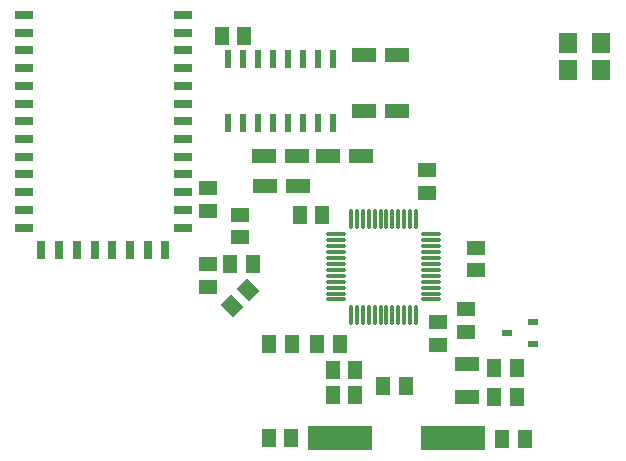
<source format=gbp>
G04*
G04 #@! TF.GenerationSoftware,Altium Limited,Altium Designer,19.1.8 (144)*
G04*
G04 Layer_Color=128*
%FSLAX24Y24*%
%MOIN*%
G70*
G01*
G75*
%ADD28R,0.0512X0.0591*%
%ADD29R,0.0591X0.0512*%
G04:AMPARAMS|DCode=108|XSize=59.1mil|YSize=51.2mil|CornerRadius=0mil|HoleSize=0mil|Usage=FLASHONLY|Rotation=135.000|XOffset=0mil|YOffset=0mil|HoleType=Round|Shape=Rectangle|*
%AMROTATEDRECTD108*
4,1,4,0.0390,-0.0028,0.0028,-0.0390,-0.0390,0.0028,-0.0028,0.0390,0.0390,-0.0028,0.0*
%
%ADD108ROTATEDRECTD108*%

%ADD109R,0.0827X0.0512*%
%ADD110R,0.0354X0.0236*%
%ADD111R,0.0630X0.0709*%
%ADD112R,0.0591X0.0309*%
%ADD113R,0.0309X0.0591*%
%ADD114O,0.0118X0.0709*%
%ADD115O,0.0709X0.0118*%
%ADD116R,0.0787X0.0472*%
%ADD117R,0.0240X0.0600*%
%ADD118R,0.2165X0.0787*%
D28*
X11339Y22795D02*
D03*
X12087D02*
D03*
X9210Y21342D02*
D03*
X9958D02*
D03*
X17742Y21327D02*
D03*
X16994D02*
D03*
X17474Y22727D02*
D03*
X16726D02*
D03*
X17470Y23664D02*
D03*
X16722D02*
D03*
X10824Y24484D02*
D03*
X11572D02*
D03*
X10236Y28780D02*
D03*
X10984D02*
D03*
X7649Y34757D02*
D03*
X8397D02*
D03*
X9228Y24488D02*
D03*
X9976D02*
D03*
X7930Y27131D02*
D03*
X8678D02*
D03*
X11339Y23622D02*
D03*
X12087D02*
D03*
X13031Y23071D02*
D03*
X13780D02*
D03*
D29*
X14843Y25197D02*
D03*
Y24449D02*
D03*
X14488Y30276D02*
D03*
Y29528D02*
D03*
X15787Y24882D02*
D03*
Y25630D02*
D03*
X7187Y27139D02*
D03*
Y26391D02*
D03*
X8258Y28791D02*
D03*
Y28043D02*
D03*
X7195Y29672D02*
D03*
Y28924D02*
D03*
X16102Y26929D02*
D03*
Y27677D02*
D03*
D108*
X8518Y26290D02*
D03*
X7989Y25761D02*
D03*
D109*
X15831Y22710D02*
D03*
Y23813D02*
D03*
D110*
X17165Y24843D02*
D03*
X18031Y24469D02*
D03*
Y25217D02*
D03*
D111*
X20295Y33602D02*
D03*
X19193D02*
D03*
X20295Y34504D02*
D03*
X19193D02*
D03*
D112*
X1042Y35445D02*
D03*
Y34854D02*
D03*
Y34264D02*
D03*
Y33673D02*
D03*
Y33083D02*
D03*
Y32492D02*
D03*
Y31902D02*
D03*
Y31311D02*
D03*
Y30721D02*
D03*
Y30130D02*
D03*
Y29539D02*
D03*
Y28949D02*
D03*
Y28358D02*
D03*
X6357D02*
D03*
Y28949D02*
D03*
Y29539D02*
D03*
Y30130D02*
D03*
Y30721D02*
D03*
Y31311D02*
D03*
Y31902D02*
D03*
Y32492D02*
D03*
Y33083D02*
D03*
Y33673D02*
D03*
Y34264D02*
D03*
Y34854D02*
D03*
Y35445D02*
D03*
D113*
X1632Y27620D02*
D03*
X2223D02*
D03*
X2813D02*
D03*
X3404D02*
D03*
X3994D02*
D03*
X4585D02*
D03*
X5175D02*
D03*
X5766D02*
D03*
D114*
X14114Y25453D02*
D03*
X13917D02*
D03*
X13720D02*
D03*
X13524D02*
D03*
X13327D02*
D03*
X13130D02*
D03*
X12933D02*
D03*
X12736D02*
D03*
X12539D02*
D03*
X12343D02*
D03*
X12146D02*
D03*
X11949D02*
D03*
Y28642D02*
D03*
X12146D02*
D03*
X12343D02*
D03*
X12539D02*
D03*
X12736D02*
D03*
X12933D02*
D03*
X13130D02*
D03*
X13327D02*
D03*
X13524D02*
D03*
X13720D02*
D03*
X13917D02*
D03*
X14114D02*
D03*
D115*
X11437Y25965D02*
D03*
Y26161D02*
D03*
Y26358D02*
D03*
Y26555D02*
D03*
Y26752D02*
D03*
Y26949D02*
D03*
Y27146D02*
D03*
Y27343D02*
D03*
Y27539D02*
D03*
Y27736D02*
D03*
Y27933D02*
D03*
Y28130D02*
D03*
X14626D02*
D03*
Y27933D02*
D03*
Y27736D02*
D03*
Y27539D02*
D03*
Y27343D02*
D03*
Y27146D02*
D03*
Y26949D02*
D03*
Y26752D02*
D03*
Y26555D02*
D03*
Y26358D02*
D03*
Y26161D02*
D03*
Y25965D02*
D03*
D116*
X12385Y34120D02*
D03*
X13487D02*
D03*
Y32250D02*
D03*
X12385D02*
D03*
X11194Y30735D02*
D03*
X12296D02*
D03*
X10141D02*
D03*
X9038D02*
D03*
X10174Y29729D02*
D03*
X9072D02*
D03*
D117*
X7865Y33985D02*
D03*
Y31835D02*
D03*
X8365Y33985D02*
D03*
X8865D02*
D03*
X8365Y31835D02*
D03*
X8865D02*
D03*
X9365Y33985D02*
D03*
Y31835D02*
D03*
X9865Y33985D02*
D03*
Y31835D02*
D03*
X10365Y33985D02*
D03*
X10865D02*
D03*
X10365Y31835D02*
D03*
X10865D02*
D03*
X11365Y33985D02*
D03*
Y31835D02*
D03*
D118*
X15335Y21339D02*
D03*
X11594D02*
D03*
M02*

</source>
